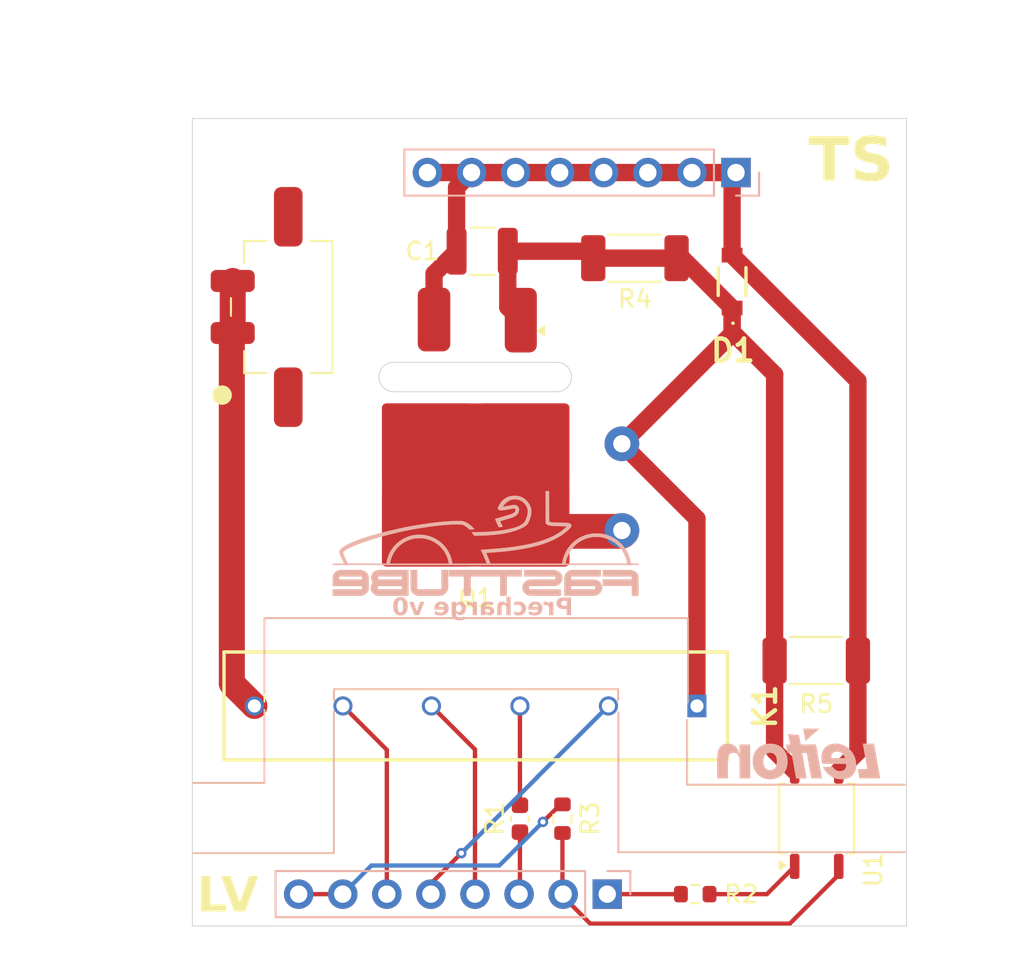
<source format=kicad_pcb>
(kicad_pcb (version 20240108) (generator "pcbnew") (generator_version "8.0")
  (layers (0 "F.Cu" signal) (31 "B.Cu" signal) (34 "B.Paste" user) (35 "F.Paste" user) (36 "B.SilkS" user "B.Silkscreen") (37 "F.SilkS" user "F.Silkscreen") (38 "B.Mask" user) (39 "F.Mask" user) (44 "Edge.Cuts" user))
  (net 0 "")
  (net 1 "Net-(D1-A)")
  (net 2 "/HV+_Akku")
  (net 3 "Net-(K1-Pad2)")
  (net 4 "/GND_Coil")
  (net 5 "/SDC_buf")
  (net 6 "+3V3")
  (net 7 "Net-(R2-Pad2)")
  (net 8 "GND")
  (net 9 "/SDC_closed")
  (net 10 "Net-(Q1-D)")
  (net 11 "/aux_in0")
  (net 12 "/aux_out0")
  (net 13 "Net-(K1-Pad8)")
  (footprint "KDZVTR15B:KDZVTR15B" (layer "F.Cu") (at 154.9 82.2 180)
    (property "Reference" "D1" (at -0.05 -3.975 180) (layer "F.SilkS") (effects (font (size 1.27 1.27) (thickness 0.254))))
    (property "Value" "KDZVTR15B" (hide yes))
    (pad "1" smd rect (at 0 -1.525 270) (size 0.85 1.2) (layers "F.Cu" "F.Paste" "F.Mask") (net 13 "Net-(K1-Pad8)"))
    (pad "2" smd rect (at 0 1.525 270) (size 0.85 1.2) (layers "F.Cu" "F.Paste" "F.Mask") (net 1 "Net-(D1-A)"))
  )
  (footprint "FaSTTUBe_connectors:Micro_Mate-N-Lok_2p_vertical" (layer "F.Cu") (at 129.325 83.665 90)
    (property "Reference" "J2" (hide yes))
    (property "Value" "MMNL_2p_hv+")
    (pad "" smd roundrect (at -5.2 0 90) (size 3.43 1.65) (layers "F.Cu" "F.Paste" "F.Mask"))
    (pad "" smd roundrect (at 5.2 0 90) (size 3.43 1.65) (layers "F.Cu" "F.Paste" "F.Mask"))
    (pad "1" smd roundrect (at -1.5 -3.2 90) (size 1.27 2.54) (layers "F.Cu" "F.Paste" "F.Mask") (net 2 "/HV+_Akku") (clearance 1.75))
    (pad "2" smd roundrect (at 1.5 -3.2 90) (size 1.27 2.54) (layers "F.Cu" "F.Paste" "F.Mask") (net 2 "/HV+_Akku") (clearance 1.75))
  )
  (footprint "Resistor_SMD:R_2010_5025Metric_Pad1.40x2.65mm_HandSolder" (layer "F.Cu") (at 149.3 80.85 180)
    (property "Reference" "R4" (at 0 -2.35 180) (layer "F.SilkS"))
    (property "Value" "1M (600V)")
    (pad "1" smd roundrect (at -2.4 0 180) (size 1.4 2.65) (layers "F.Cu" "F.Paste" "F.Mask") (roundrect_rratio 0.178571) (net 13 "Net-(K1-Pad8)"))
    (pad "2" smd roundrect (at 2.4 0 180) (size 1.4 2.65) (layers "F.Cu" "F.Paste" "F.Mask") (roundrect_rratio 0.178571) (net 13 "Net-(K1-Pad8)"))
  )
  (footprint "Capacitor_SMD:C_0603_1608Metric" (layer "F.Cu") (at 142.675 113.165 90)
    (property "Reference" "R1" (at 0 -1.45 -90) (layer "F.SilkS"))
    (property "Value" "1k")
    (pad "1" smd roundrect (at -0.775 0 90) (size 0.9 0.95) (layers "F.Cu" "F.Paste" "F.Mask") (net 5 "/SDC_buf"))
    (pad "2" smd roundrect (at 0.775 0 90) (size 0.9 0.95) (layers "F.Cu" "F.Paste" "F.Mask") (net 3 "Net-(K1-Pad2)"))
  )
  (footprint "Capacitor_SMD:C_1210_3225Metric" (layer "F.Cu") (at 140.5 80.45 180)
    (property "Reference" "C1" (at 3.45 0 180) (layer "F.SilkS"))
    (property "Value" "10u")
    (pad "1" smd roundrect (at -1.475 0 180) (size 1.15 2.7) (layers "F.Cu" "F.Paste" "F.Mask") (roundrect_rratio 0.217391) (net 13 "Net-(K1-Pad8)"))
    (pad "2" smd roundrect (at 1.475 0 180) (size 1.15 2.7) (layers "F.Cu" "F.Paste" "F.Mask") (roundrect_rratio 0.217391) (net 1 "Net-(D1-A)"))
  )
  (footprint "Package_SO:SOP-4_3.8x4.1mm_P2.54mm" (layer "F.Cu") (at 159.775 113.165 90)
    (property "Reference" "U1" (at -2.95 3.25 -90) (layer "F.SilkS"))
    (property "Value" "WL_OCPT")
    (pad "1" smd roundrect (at -2.75 -1.27 90) (size 1.45 0.55) (layers "F.Cu" "F.Paste" "F.Mask") (net 7 "Net-(R2-Pad2)"))
    (pad "2" smd roundrect (at -2.75 1.27 90) (size 1.45 0.55) (layers "F.Cu" "F.Paste" "F.Mask") (net 9 "/SDC_closed"))
    (pad "3" smd roundrect (at 2.75 1.27 90) (size 1.45 0.55) (layers "F.Cu" "F.Paste" "F.Mask") (net 1 "Net-(D1-A)"))
    (pad "4" smd roundrect (at 2.75 -1.27 90) (size 1.45 0.55) (layers "F.Cu" "F.Paste" "F.Mask") (net 13 "Net-(K1-Pad8)"))
  )
  (footprint "Resistor_SMD:R_0603_1608Metric" (layer "F.Cu") (at 152.775 117.515)
    (property "Reference" "R2" (at 2.65 0 0) (layer "F.SilkS"))
    (property "Value" "20")
    (pad "1" smd roundrect (at -0.825 0) (size 0.8 0.95) (layers "F.Cu" "F.Paste" "F.Mask") (net 6 "+3V3"))
    (pad "2" smd roundrect (at 0.825 0) (size 0.8 0.95) (layers "F.Cu" "F.Paste" "F.Mask") (net 7 "Net-(R2-Pad2)"))
  )
  (footprint "Connector_PinHeader_2.54mm:PinHeader_1x02_P2.54mm_Vertical" (layer "F.Cu") (at 156.15 93.25)
    (property "Reference" "TH1" (hide yes))
    (property "Value" "PTCEL13R501NxE" (hide yes))
    (pad "1" thru_hole circle (at -7.6 -1.7) (size 2 2) (drill 1) (layers "*.Cu" "F.Mask") (net 13 "Net-(K1-Pad8)") (clearance 1))
    (pad "2" thru_hole circle (at -7.6 3.3) (size 2 2) (drill 1) (layers "*.Cu" "F.Mask") (net 10 "Net-(Q1-D)") (clearance 1))
  )
  (footprint "Resistor_SMD:R_0603_1608Metric" (layer "F.Cu") (at 145.125 113.165 90)
    (property "Reference" "R3" (at 0 1.6 -90) (layer "F.SilkS"))
    (property "Value" "100k")
    (pad "1" smd roundrect (at -0.825 0 90) (size 0.8 0.95) (layers "F.Cu" "F.Paste" "F.Mask") (net 9 "/SDC_closed"))
    (pad "2" smd roundrect (at 0.825 0 90) (size 0.8 0.95) (layers "F.Cu" "F.Paste" "F.Mask") (net 8 "GND"))
  )
  (footprint "MountingHole:MountingHole_4.3mm_M4" (layer "F.Cu") (at 129.75 97.8)
    (property "Reference" "H1" (hide yes))
    (property "Value" "MountingHole")
    (pad "" np_thru_hole circle (at 0 0) (size 4.3 4.3) (drill 4.3) (layers "*.Cu" "*.Mask"))
  )
  (footprint "Resistor_SMD:R_2010_5025Metric_Pad1.40x2.65mm_HandSolder" (layer "F.Cu") (at 159.75 104.05)
    (property "Reference" "R5" (at 0 2.5 0) (layer "F.SilkS"))
    (property "Value" "1M")
    (pad "1" smd roundrect (at -2.4 0) (size 1.4 2.65) (layers "F.Cu" "F.Paste" "F.Mask") (roundrect_rratio 0.178571) (net 13 "Net-(K1-Pad8)"))
    (pad "2" smd roundrect (at 2.4 0) (size 1.4 2.65) (layers "F.Cu" "F.Paste" "F.Mask") (roundrect_rratio 0.178571) (net 1 "Net-(D1-A)"))
  )
  (footprint "Package_TO_SOT_SMD:TO-263-2" (layer "F.Cu") (at 140.125 92.425 -90)
    (property "Reference" "Q1" (at 8 0 180) (layer "F.SilkS"))
    (property "Value" "STB10LN80K5")
    (pad "1" smd roundrect (at -8 -2.6 270) (size 3.725 1.8475) (layers "F.Cu" "F.Paste" "F.Mask") (roundrect_rratio 0.227273) (net 13 "Net-(K1-Pad8)"))
    (pad "2" smd roundrect (at -0.925 -2.775 270) (size 4.55 5.25) (layers "F.Cu" "F.Paste") (roundrect_rratio 0.054945) (net 10 "Net-(Q1-D)"))
    (pad "2" smd roundrect (at -0.925 2.775 270) (size 4.55 5.25) (layers "F.Cu" "F.Paste") (roundrect_rratio 0.054945) (net 10 "Net-(Q1-D)"))
    (pad "2" smd roundrect (at 1.5 0 270) (size 9.4 10.8) (layers "F.Cu" "F.Mask") (roundrect_rratio 0.026596) (net 10 "Net-(Q1-D)") (clearance 1))
    (pad "2" smd roundrect (at 3.925 -2.775 270) (size 4.55 5.25) (layers "F.Cu" "F.Paste") (roundrect_rratio 0.054945) (net 10 "Net-(Q1-D)"))
    (pad "2" smd roundrect (at 3.925 2.775 270) (size 4.55 5.25) (layers "F.Cu" "F.Paste") (roundrect_rratio 0.054945) (net 10 "Net-(Q1-D)"))
    (pad "3" smd roundrect (at -8.0375 2.4 270) (size 3.675 1.8775) (layers "F.Cu" "F.Paste" "F.Mask") (roundrect_rratio 0.227273) (net 1 "Net-(D1-A)"))
  )
  (footprint "104-2-A-24_1D:1042A122D" (layer "F.Cu") (at 152.875 106.665 180)
    (property "Reference" "K1" (at -3.925 -0.035 -90) (layer "F.SilkS") (effects (font (size 1.27 1.27) (thickness 0.254))))
    (property "Value" "104-2-A-24/1D " (hide yes))
    (pad "1" thru_hole circle (at 20.4 0 180) (size 1.1 1.1) (drill 0.76) (layers "*.Cu" "*.Mask") (net 11 "/aux_in0"))
    (pad "2" thru_hole circle (at 10.2 0 180) (size 1.1 1.1) (drill 0.76) (layers "*.Cu" "*.Mask") (net 3 "Net-(K1-Pad2)"))
    (pad "6" thru_hole circle (at 15.3 0 180) (size 1.1 1.1) (drill 0.76) (layers "*.Cu" "*.Mask") (net 4 "/GND_Coil"))
    (pad "7" thru_hole circle (at 5.1 0 180) (size 1.1 1.1) (drill 0.76) (layers "*.Cu" "*.Mask") (net 12 "/aux_out0"))
    (pad "8" thru_hole rect (at 0 0 180) (size 1.1 1.303) (drill 0.76) (layers "*.Cu" "*.Mask") (net 13 "Net-(K1-Pad8)") (clearance 2))
    (pad "14" thru_hole circle (at 25.5 0 180) (size 1.1 1.1) (drill 0.76) (layers "*.Cu" "*.Mask") (net 2 "/HV+_Akku") (clearance 2))
  )
  (footprint "Connector_PinHeader_2.54mm:PinHeader_1x08_P2.54mm_Vertical" (layer "B.Cu") (at 155.125 75.915 90)
    (property "Reference" "J3" (hide yes))
    (property "Value" "HV+_Vehicle_Side")
    (pad "1" thru_hole rect (at 0 0 90) (size 1.7 1.7) (drill 1) (layers "*.Cu" "*.Mask") (net 1 "Net-(D1-A)") (clearance 2))
    (pad "2" thru_hole oval (at 0 -2.54 90) (size 1.7 1.7) (drill 1) (layers "*.Cu" "*.Mask") (net 1 "Net-(D1-A)") (clearance 2))
    (pad "3" thru_hole oval (at 0 -5.08 90) (size 1.7 1.7) (drill 1) (layers "*.Cu" "*.Mask") (net 1 "Net-(D1-A)") (clearance 2))
    (pad "4" thru_hole oval (at 0 -7.62 90) (size 1.7 1.7) (drill 1) (layers "*.Cu" "*.Mask") (net 1 "Net-(D1-A)") (clearance 2))
    (pad "5" thru_hole oval (at 0 -10.16 90) (size 1.7 1.7) (drill 1) (layers "*.Cu" "*.Mask") (net 1 "Net-(D1-A)") (clearance 2))
    (pad "6" thru_hole oval (at 0 -12.7 90) (size 1.7 1.7) (drill 1) (layers "*.Cu" "*.Mask") (net 1 "Net-(D1-A)") (clearance 2))
    (pad "7" thru_hole oval (at 0 -15.24 90) (size 1.7 1.7) (drill 1) (layers "*.Cu" "*.Mask") (net 1 "Net-(D1-A)") (clearance 2))
    (pad "8" thru_hole oval (at 0 -17.78 90) (size 1.7 1.7) (drill 1) (layers "*.Cu" "*.Mask") (net 1 "Net-(D1-A)") (clearance 2))
  )
  (footprint "Connector_PinSocket_2.54mm:PinSocket_1x08_P2.54mm_Vertical" (layer "B.Cu") (at 147.705 117.515 90)
    (property "Reference" "J1" (hide yes))
    (property "Value" "Conn_01x08")
    (pad "1" thru_hole rect (at 0 0 90) (size 1.7 1.7) (drill 1) (layers "*.Cu" "*.Mask") (net 6 "+3V3"))
    (pad "2" thru_hole oval (at 0 -2.54 90) (size 1.7 1.7) (drill 1) (layers "*.Cu" "*.Mask") (net 9 "/SDC_closed"))
    (pad "3" thru_hole oval (at 0 -5.08 90) (size 1.7 1.7) (drill 1) (layers "*.Cu" "*.Mask") (net 5 "/SDC_buf"))
    (pad "4" thru_hole oval (at 0 -7.62 90) (size 1.7 1.7) (drill 1) (layers "*.Cu" "*.Mask") (net 4 "/GND_Coil"))
    (pad "5" thru_hole oval (at 0 -10.16 90) (size 1.7 1.7) (drill 1) (layers "*.Cu" "*.Mask") (net 12 "/aux_out0"))
    (pad "6" thru_hole oval (at 0 -12.7 90) (size 1.7 1.7) (drill 1) (layers "*.Cu" "*.Mask") (net 11 "/aux_in0"))
    (pad "7" thru_hole oval (at 0 -15.24 90) (size 1.7 1.7) (drill 1) (layers "*.Cu" "*.Mask") (net 8 "GND"))
    (pad "8" thru_hole oval (at 0 -17.78 90) (size 1.7 1.7) (drill 1) (layers "*.Cu" "*.Mask") (net 8 "GND"))
  )
  (footprint "FaSTTUBe_logos:LeitOn_small_wo_sq" (layer "B.Cu") (at 158.75 109.4 180)
    (property "Reference" "G***" (hide yes))
    (property "Value" "LOGO" (hide yes))
  )
  (footprint "FaSTTUBe_logos:FTLogo_small" (layer "B.Cu") (at 140.7 97.3 180)
    (property "Reference" "G***" (hide yes))
    (property "Value" "LOGO" (hide yes))
  )
  (gr_line (start 152.3 107.48) (end 152.3 111.22) (stroke (width 0.1)) (layer "B.SilkS"))
  (gr_line (start 131.9625 106.335) (end 131.9625 105.7) (stroke (width 0.1)) (layer "B.SilkS"))
  (gr_line (start 131.9625 105.7) (end 148.3375 105.7) (stroke (width 0.1)) (layer "B.SilkS"))
  (gr_line (start 127.95 105.925) (end 127.95 101.625) (stroke (width 0.1)) (layer "B.SilkS"))
  (gr_line (start 127.95 101.6) (end 152.35 101.6) (stroke (width 0.1)) (layer "B.SilkS"))
  (gr_line (start 131.95 115.15) (end 123.85 115.15) (stroke (width 0.1)) (layer "B.SilkS"))
  (gr_line (start 127.95 111.1) (end 123.825 111.1) (stroke (width 0.1)) (layer "B.SilkS"))
  (gr_line (start 164.8625 111.2) (end 152.3375 111.2) (stroke (width 0.1)) (layer "B.SilkS"))
  (gr_line (start 164.8625 115.1) (end 148.3375 115.1) (stroke (width 0.1)) (layer "B.SilkS"))
  (gr_line (start 152.35 101.65) (end 152.35 106.45) (stroke (width 0.1)) (layer "B.SilkS"))
  (gr_line (start 148.35 107.025) (end 148.35 115.075) (stroke (width 0.1)) (layer "B.SilkS"))
  (gr_line (start 131.95 115.1325) (end 131.95 106.9675) (stroke (width 0.1)) (layer "B.SilkS"))
  (gr_line (start 127.95 111.1075) (end 127.95 106.8925) (stroke (width 0.1)) (layer "B.SilkS"))
  (gr_line (start 148.3375 106.335) (end 148.3375 105.7) (stroke (width 0.1)) (layer "B.SilkS"))
  (gr_line (start 131.95 107) (end 131.95 115.165) (stroke (width 0.1)) (layer "F.SilkS"))
  (gr_line (start 131.95 105.715) (end 148.325 105.715) (stroke (width 0.1)) (layer "F.SilkS"))
  (gr_line (start 127.95 106.425) (end 127.95 101.625) (stroke (width 0.1)) (layer "F.SilkS"))
  (gr_line (start 131.95 115.165) (end 123.85 115.165) (stroke (width 0.1)) (layer "F.SilkS"))
  (gr_line (start 164.85 115.1) (end 148.325 115.1) (stroke (width 0.1)) (layer "F.SilkS"))
  (gr_line (start 131.95 105.715) (end 131.95 106.35) (stroke (width 0.1)) (layer "F.SilkS"))
  (gr_line (start 152.35 101.6) (end 152.35 105.9) (stroke (width 0.1)) (layer "F.SilkS"))
  (gr_line (start 127.95 101.6) (end 152.35 101.6) (stroke (width 0.1)) (layer "F.SilkS"))
  (gr_line (start 152.325 111.225) (end 152.325 107.485) (stroke (width 0.1)) (layer "F.SilkS"))
  (gr_line (start 127.95 106.9) (end 127.95 111.115) (stroke (width 0.1)) (layer "F.SilkS"))
  (gr_line (start 148.325 115.1) (end 148.325 107.05) (stroke (width 0.1)) (layer "F.SilkS"))
  (gr_line (start 148.325 105.715) (end 148.325 106.35) (stroke (width 0.1)) (layer "F.SilkS"))
  (gr_line (start 164.85 111.225) (end 152.325 111.225) (stroke (width 0.1)) (layer "F.SilkS"))
  (gr_line (start 127.975 111.115) (end 123.85 111.115) (stroke (width 0.1)) (layer "F.SilkS"))
  (gr_arc (start 135.4 88.55) (mid 134.55 87.7) (end 135.4 86.85) (stroke (width 0.05)) (layer "Edge.Cuts"))
  (gr_rect (start 123.8 72.8) (end 164.95 119.35) (stroke (width 0.05)) (fill none) (layer "Edge.Cuts"))
  (gr_arc (start 144.8 86.85) (mid 145.65 87.7) (end 144.8 88.55) (stroke (width 0.05)) (layer "Edge.Cuts"))
  (gr_line (start 144.8 88.55) (end 135.4 88.55) (stroke (width 0.05)) (layer "Edge.Cuts"))
  (gr_line (start 135.4 86.85) (end 144.8 86.85) (stroke (width 0.05)) (layer "Edge.Cuts"))
  (gr_text "Precharge v0" (at 145.75 101.6 0) (layer "B.SilkS") (effects (font (size 1 1) (thickness 0.25) (bold yes)) (justify left bottom mirror)))
  (gr_text "LV" (at 124.05 118.85 0) (layer "F.SilkS") (effects (font (size 2 2) (thickness 0.3) (bold yes)) (justify left bottom)))
  (gr_text "TS" (at 159.3 76.8 0) (layer "F.SilkS") (effects (font (size 2.5 2.5) (thickness 0.3) (bold yes)) (justify left bottom)))
  (segment (start 137.345 75.915) (end 139.885 75.915) (width 1) (layer "F.Cu") (net 1))
  (segment (start 139.025 80.45) (end 139.025 76.775) (width 1) (layer "F.Cu") (net 1))
  (segment (start 162.15 87.925) (end 154.9 80.675) (width 1) (layer "F.Cu") (net 1))
  (segment (start 162.15 104.05) (end 162.15 109.31) (width 1) (layer "F.Cu") (net 1))
  (segment (start 147.505 75.915) (end 150.045 75.915) (width 1) (layer "F.Cu") (net 1))
  (segment (start 144.965 75.915) (end 147.505 75.915) (width 1) (layer "F.Cu") (net 1))
  (segment (start 150.045 75.915) (end 152.585 75.915) (width 1) (layer "F.Cu") (net 1))
  (segment (start 137.725 81.75) (end 139.025 80.45) (width 1) (layer "F.Cu") (net 1))
  (segment (start 154.9 80.675) (end 154.9 76.14) (width 1) (layer "F.Cu") (net 1))
  (segment (start 152.585 75.915) (end 155.125 75.915) (width 1) (layer "F.Cu") (net 1))
  (segment (start 139.025 76.775) (end 139.885 75.915) (width 1) (layer "F.Cu") (net 1))
  (segment (start 162.15 109.31) (end 161.045 110.415) (width 1) (layer "F.Cu") (net 1))
  (segment (start 139.885 75.915) (end 142.425 75.915) (width 1) (layer "F.Cu") (net 1))
  (segment (start 142.425 75.915) (end 144.965 75.915) (width 1) (layer "F.Cu") (net 1))
  (segment (start 137.725 84.3875) (end 137.725 81.75) (width 1) (layer "F.Cu") (net 1))
  (segment (start 162.15 104.05) (end 162.15 87.925) (width 1) (layer "F.Cu") (net 1))
  (segment (start 154.9 76.14) (end 155.125 75.915) (width 1) (layer "F.Cu") (net 1))
  (segment (start 126.125 85.165) (end 126.125 82.165) (width 1.5) (layer "F.Cu") (net 2))
  (segment (start 126.075 105.365) (end 126.075 85.215) (width 1.5) (layer "F.Cu") (net 2))
  (segment (start 127.375 106.665) (end 126.075 105.365) (width 1.5) (layer "F.Cu") (net 2))
  (segment (start 126.075 85.215) (end 126.125 85.165) (width 1.5) (layer "F.Cu") (net 2))
  (segment (start 142.675 112.39) (end 142.675 106.665) (width 0.25) (layer "F.Cu") (net 3))
  (segment (start 137.575 106.665) (end 140.085 109.175) (width 0.25) (layer "F.Cu") (net 4))
  (segment (start 140.085 109.175) (end 140.085 117.515) (width 0.25) (layer "F.Cu") (net 4))
  (segment (start 142.675 113.94) (end 142.675 117.465) (width 0.25) (layer "F.Cu") (net 5))
  (segment (start 142.675 117.465) (end 142.625 117.515) (width 0.25) (layer "F.Cu") (net 5))
  (segment (start 147.705 117.515) (end 151.95 117.515) (width 0.25) (layer "F.Cu") (net 6))
  (segment (start 156.905 117.515) (end 158.505 115.915) (width 0.25) (layer "F.Cu") (net 7))
  (segment (start 153.6 117.515) (end 156.905 117.515) (width 0.25) (layer "F.Cu") (net 7))
  (segment (start 145.01 112.34) (end 145.125 112.34) (width 0.25) (layer "F.Cu") (net 8))
  (segment (start 144 113.35) (end 145.01 112.34) (width 0.25) (layer "F.Cu") (net 8))
  (segment (start 129.925 117.515) (end 132.465 117.515) (width 0.25) (layer "F.Cu") (net 8))
  (via (at 144 113.35) (size 0.6) (drill 0.3) (layers "F.Cu" "B.Cu") (net 8))
  (segment (start 134.115 115.865) (end 132.465 117.515) (width 0.25) (layer "B.Cu") (net 8))
  (segment (start 144 113.35) (end 141.485 115.865) (width 0.25) (layer "B.Cu") (net 8))
  (segment (start 141.485 115.865) (end 134.115 115.865) (width 0.25) (layer "B.Cu") (net 8))
  (segment (start 145.125 117.475) (end 145.165 117.515) (width 0.25) (layer "F.Cu") (net 9))
  (segment (start 145.125 113.99) (end 145.125 117.475) (width 0.25) (layer "F.Cu") (net 9))
  (segment (start 146.725 119.215) (end 158.225 119.215) (width 0.25) (layer "F.Cu") (net 9))
  (segment (start 158.225 119.215) (end 161.045 116.395) (width 0.25) (layer "F.Cu") (net 9))
  (segment (start 161.045 116.395) (end 161.045 115.915) (width 0.25) (layer "F.Cu") (net 9))
  (segment (start 145.165 117.655) (end 146.725 119.215) (width 0.25) (layer "F.Cu") (net 9))
  (segment (start 145.165 117.515) (end 145.165 117.655) (width 0.25) (layer "F.Cu") (net 9))
  (segment (start 143.15 96.6) (end 142.9 96.35) (width 2) (layer "F.Cu") (net 10))
  (segment (start 148.5 96.6) (end 143.15 96.6) (width 2) (layer "F.Cu") (net 10))
  (segment (start 148.55 96.55) (end 148.5 96.6) (width 2) (layer "F.Cu") (net 10))
  (segment (start 135.005 109.195) (end 132.475 106.665) (width 0.25) (layer "F.Cu") (net 11))
  (segment (start 135.005 117.515) (end 135.005 109.195) (width 0.25) (layer "F.Cu") (net 11))
  (segment (start 137.545 116.905) (end 137.545 117.515) (width 0.25) (layer "F.Cu") (net 12))
  (segment (start 139.3 115.15) (end 137.545 116.905) (width 0.25) (layer "F.Cu") (net 12))
  (via (at 139.3 115.15) (size 0.6) (drill 0.3) (layers "F.Cu" "B.Cu") (net 12))
  (segment (start 143.675 110.775) (end 143.675 110.765) (width 0.25) (layer "B.Cu") (net 12))
  (segment (start 139.3 115.15) (end 143.675 110.775) (width 0.25) (layer "B.Cu") (net 12))
  (segment (start 143.675 110.765) (end 147.775 106.665) (width 0.25) (layer "B.Cu") (net 12))
  (segment (start 152.025 80.85) (end 154.9 83.725) (width 1) (layer "F.Cu") (net 13))
  (segment (start 157.35 104.05) (end 157.35 109.26) (width 1) (layer "F.Cu") (net 13))
  (segment (start 154.9 85.2) (end 148.55 91.55) (width 1) (layer "F.Cu") (net 13))
  (segment (start 146.9 80.85) (end 152.025 80.85) (width 1) (layer "F.Cu") (net 13))
  (segment (start 157.35 109.26) (end 158.505 110.415) (width 1) (layer "F.Cu") (net 13))
  (segment (start 141.975 80.45) (end 146.5 80.45) (width 1) (layer "F.Cu") (net 13))
  (segment (start 148.55 91.55) (end 152.875 95.875) (width 1) (layer "F.Cu") (net 13))
  (segment (start 157.35 87.55) (end 154.9 85.1) (width 1) (layer "F.Cu") (net 13))
  (segment (start 154.9 83.725) (end 154.9 85.2) (width 1) (layer "F.Cu") (net 13))
  (segment (start 154.9 85.1) (end 154.9 83.725) (width 1) (layer "F.Cu") (net 13))
  (segment (start 157.35 104.05) (end 157.35 87.55) (width 1) (layer "F.Cu") (net 13))
  (segment (start 146.5 80.45) (end 146.9 80.85) (width 1) (layer "F.Cu") (net 13))
  (segment (start 141.975 83.675) (end 142.725 84.425) (width 1) (layer "F.Cu") (net 13))
  (segment (start 152.875 95.875) (end 152.875 106.665) (width 1) (layer "F.Cu") (net 13))
  (segment (start 141.975 80.45) (end 141.975 83.675) (width 1) (layer "F.Cu") (net 13))
)
</source>
